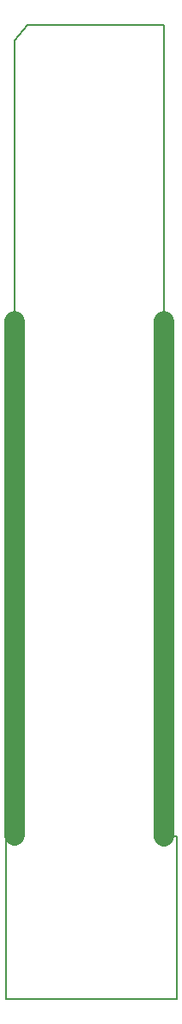
<source format=gm1>
G04 #@! TF.FileFunction,Profile,NP*
%FSLAX46Y46*%
G04 Gerber Fmt 4.6, Leading zero omitted, Abs format (unit mm)*
G04 Created by KiCad (PCBNEW 4.0.2-stable) date 11/15/2017 1:36:56 PM*
%MOMM*%
G01*
G04 APERTURE LIST*
%ADD10C,0.050000*%
%ADD11C,0.150000*%
%ADD12C,2.000000*%
G04 APERTURE END LIST*
D10*
D11*
X27706942Y-24681615D02*
X27706942Y-52342215D01*
X42464342Y-52342215D02*
X42464342Y-23233815D01*
X29002342Y-23233815D02*
X27706942Y-24681615D01*
X42464342Y-23233815D02*
X29002342Y-23233815D01*
X43739422Y-102964415D02*
X42652302Y-102964415D01*
X26833182Y-102959335D02*
X26843342Y-118941015D01*
D12*
X42464342Y-52357455D02*
X42464342Y-102928855D01*
X27706942Y-52332055D02*
X27706942Y-102903455D01*
D11*
X27539302Y-102959335D02*
X26833182Y-102959335D01*
X43734342Y-118941015D02*
X43736882Y-102959335D01*
X26833182Y-118941015D02*
X43736882Y-118941015D01*
M02*

</source>
